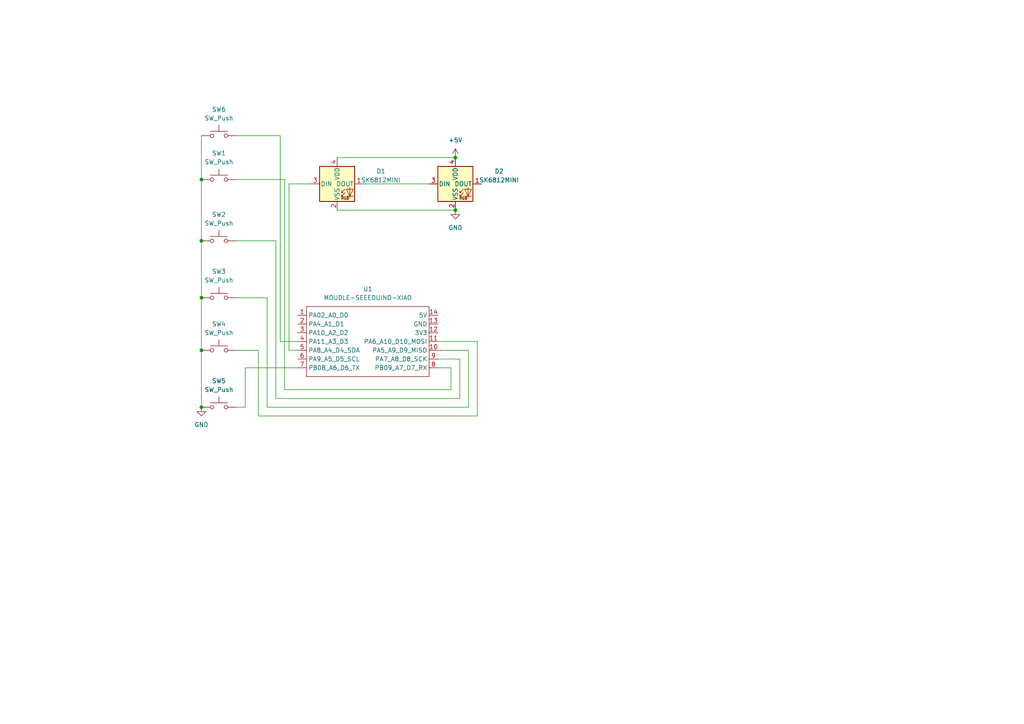
<source format=kicad_sch>
(kicad_sch (version 20230121) (generator eeschema)
  (paper "A4")
  (lib_symbols
    (symbol "LED:SK6812MINI" (pin_names (offset 0.254))
      (property "Reference" "D" (at 5.08 5.715 0))
      (property "Value" "SK6812MINI" (at 1.27 -5.715 0))
      (symbol "SK6812MINI_0_0"
        (text "RGB" (at 2.286 -4.191 0) (effects (font (size 0.762 0.762))))
      )
      (symbol "SK6812MINI_0_1"
        (polyline (pts (xy 1.27 -3.556) (xy 1.778 -3.556)))
        (polyline (pts (xy 1.27 -2.54) (xy 1.778 -2.54)))
        (polyline (pts (xy 4.699 -3.556) (xy 2.667 -3.556)))
        (polyline (pts (xy 2.286 -2.54) (xy 1.27 -3.556) (xy 1.27 -3.048)))
        (polyline (pts (xy 2.286 -1.524) (xy 1.27 -2.54) (xy 1.27 -2.032)))
        (polyline (pts (xy 3.683 -1.016) (xy 3.683 -3.556) (xy 3.683 -4.064)))
        (polyline (pts (xy 4.699 -1.524) (xy 2.667 -1.524) (xy 3.683 -3.556) (xy 4.699 -1.524)))
        (rectangle (start 5.08 5.08) (end -5.08 -5.08) (stroke (width 0.254)) (fill (type background)))
      )
      (symbol "SK6812MINI_1_1"
        (pin output line (at 7.62 0 180) (length 2.54) (name "DOUT") (number "1"))
        (pin power_in line (at 0 -7.62 90) (length 2.54) (name "VSS") (number "2"))
        (pin input line (at -7.62 0 0) (length 2.54) (name "DIN") (number "3"))
        (pin power_in line (at 0 7.62 270) (length 2.54) (name "VDD") (number "4"))
      )
    )
    (symbol "MOUDLE-SEEEDUINO-XIAO:MOUDLE-SEEEDUINO-XIAO"
      (property "Reference" "U" (at -16.51 11.43 0))
      (property "Value" "MOUDLE-SEEEDUINO-XIAO" (at -3.81 -11.43 0))
      (symbol "MOUDLE-SEEEDUINO-XIAO_0_1"
        (rectangle (start -16.51 10.16) (end 19.05 -10.16))
      )
      (symbol "MOUDLE-SEEEDUINO-XIAO_1_1"
        (pin passive line (at -19.05 7.62 0) (length 2.54) (name "PA02_A0_D0") (number "1"))
        (pin passive line (at 21.59 -2.54 180) (length 2.54) (name "PA5_A9_D9_MISO") (number "10"))
        (pin passive line (at 21.59 0 180) (length 2.54) (name "PA6_A10_D10_MOSI") (number "11"))
        (pin passive line (at 21.59 2.54 180) (length 2.54) (name "3V3") (number "12"))
        (pin passive line (at 21.59 5.08 180) (length 2.54) (name "GND") (number "13"))
        (pin passive line (at 21.59 7.62 180) (length 2.54) (name "5V") (number "14"))
        (pin passive line (at -19.05 5.08 0) (length 2.54) (name "PA4_A1_D1") (number "2"))
        (pin passive line (at -19.05 2.54 0) (length 2.54) (name "PA10_A2_D2") (number "3"))
        (pin passive line (at -19.05 0 0) (length 2.54) (name "PA11_A3_D3") (number "4"))
        (pin passive line (at -19.05 -2.54 0) (length 2.54) (name "PA8_A4_D4_SDA") (number "5"))
        (pin passive line (at -19.05 -5.08 0) (length 2.54) (name "PA9_A5_D5_SCL") (number "6"))
        (pin passive line (at -19.05 -7.62 0) (length 2.54) (name "PB08_A6_D6_TX") (number "7"))
        (pin passive line (at 21.59 -7.62 180) (length 2.54) (name "PB09_A7_D7_RX") (number "8"))
        (pin passive line (at 21.59 -5.08 180) (length 2.54) (name "PA7_A8_D8_SCK") (number "9"))
      )
    )
    (symbol "Switch:SW_Push" (pin_numbers hide) (pin_names (offset 1.016) hide)
      (property "Reference" "SW" (at 1.27 2.54 0))
      (property "Value" "SW_Push" (at 0 -1.524 0))
      (symbol "SW_Push_0_1"
        (circle (center -2.032 0) (radius 0.508))
        (polyline (pts (xy 0 1.27) (xy 0 3.048)))
        (polyline (pts (xy 2.54 1.27) (xy -2.54 1.27)))
        (circle (center 2.032 0) (radius 0.508))
        (pin passive line (at -5.08 0 0) (length 2.54) (name "1") (number "1"))
        (pin passive line (at 5.08 0 180) (length 2.54) (name "2") (number "2"))
      )
    )
    (symbol "power:+5V" (power) (pin_names (offset 0))
      (property "Value" "+5V" (at 0 3.556 0))
      (symbol "+5V_0_1"
        (polyline (pts (xy -0.762 1.27) (xy 0 2.54)))
        (polyline (pts (xy 0 0) (xy 0 2.54)))
        (polyline (pts (xy 0 2.54) (xy 0.762 1.27)))
      )
      (symbol "+5V_1_1"
        (pin power_in line (at 0 0 90) (length 0) hide (name "+5V") (number "1"))
      )
    )
    (symbol "power:GND" (power) (pin_names (offset 0))
      (property "Value" "GND" (at 0 -3.81 0))
      (symbol "GND_0_1"
        (polyline (pts (xy 0 0) (xy 0 -1.27) (xy 1.27 -1.27) (xy 0 -2.54) (xy -1.27 -1.27) (xy 0 -1.27)))
      )
      (symbol "GND_1_1"
        (pin power_in line (at 0 0 270) (length 0) hide (name "GND") (number "1"))
      )
    )
  )
  (junction (at 132.08 45.72))
  (junction (at 58.42 101.6))
  (junction (at 58.42 86.36))
  (junction (at 58.42 52.07))
  (junction (at 58.42 69.85))
  (junction (at 132.08 60.96))
  (junction (at 58.42 118.11))
  (wire (pts (xy 58.42 101.6) (xy 58.42 118.11)))
  (wire (pts (xy 97.79 45.72) (xy 132.08 45.72)))
  (wire (pts (xy 82.55 113.03) (xy 130.81 113.03)))
  (wire (pts (xy 77.47 86.36) (xy 77.47 118.11)))
  (wire (pts (xy 77.47 118.11) (xy 135.89 118.11)))
  (wire (pts (xy 71.12 118.11) (xy 71.12 106.68)))
  (wire (pts (xy 74.93 120.65) (xy 138.43 120.65)))
  (wire (pts (xy 130.81 113.03) (xy 130.81 106.68)))
  (wire (pts (xy 71.12 106.68) (xy 86.36 106.68)))
  (wire (pts (xy 135.89 101.6) (xy 127 101.6)))
  (wire (pts (xy 58.42 39.37) (xy 58.42 52.07)))
  (wire (pts (xy 133.35 115.57) (xy 133.35 104.14)))
  (wire (pts (xy 80.01 115.57) (xy 133.35 115.57)))
  (wire (pts (xy 97.79 60.96) (xy 132.08 60.96)))
  (wire (pts (xy 58.42 86.36) (xy 58.42 101.6)))
  (wire (pts (xy 68.58 69.85) (xy 80.01 69.85)))
  (wire (pts (xy 81.28 39.37) (xy 81.28 99.06)))
  (wire (pts (xy 68.58 86.36) (xy 77.47 86.36)))
  (wire (pts (xy 83.82 53.34) (xy 90.17 53.34)))
  (wire (pts (xy 130.81 106.68) (xy 127 106.68)))
  (wire (pts (xy 138.43 99.06) (xy 127 99.06)))
  (wire (pts (xy 74.93 101.6) (xy 74.93 120.65)))
  (wire (pts (xy 86.36 101.6) (xy 83.82 101.6)))
  (wire (pts (xy 68.58 39.37) (xy 81.28 39.37)))
  (wire (pts (xy 68.58 118.11) (xy 71.12 118.11)))
  (wire (pts (xy 68.58 52.07) (xy 82.55 52.07)))
  (wire (pts (xy 68.58 101.6) (xy 74.93 101.6)))
  (wire (pts (xy 133.35 104.14) (xy 127 104.14)))
  (wire (pts (xy 58.42 52.07) (xy 58.42 69.85)))
  (wire (pts (xy 105.41 53.34) (xy 124.46 53.34)))
  (wire (pts (xy 135.89 118.11) (xy 135.89 101.6)))
  (wire (pts (xy 82.55 52.07) (xy 82.55 113.03)))
  (wire (pts (xy 80.01 69.85) (xy 80.01 115.57)))
  (wire (pts (xy 58.42 69.85) (xy 58.42 86.36)))
  (wire (pts (xy 83.82 101.6) (xy 83.82 53.34)))
  (wire (pts (xy 138.43 120.65) (xy 138.43 99.06)))
  (wire (pts (xy 81.28 99.06) (xy 86.36 99.06)))
  (symbol (lib_id "Switch:SW_Push") (at 63.5 86.36 0) (unit 1)
    (property "Reference" "SW3" (at 63.5 78.74 0))
    (property "Value" "SW_Push" (at 63.5 81.28 0))
    (property "Footprint" "Button_Switch_Keyboard:SW_Cherry_MX_1.00u_PCB" (effects hide))
  )
  (symbol (lib_id "Switch:SW_Push") (at 63.5 101.6 0) (unit 1)
    (property "Reference" "SW4" (at 63.5 93.98 0))
    (property "Value" "SW_Push" (at 63.5 96.52 0))
    (property "Footprint" "Button_Switch_Keyboard:SW_Cherry_MX_1.00u_PCB" (effects hide))
  )
  (symbol (lib_id "Switch:SW_Push") (at 63.5 52.07 0) (unit 1)
    (property "Reference" "SW1" (at 63.5 44.45 0))
    (property "Value" "SW_Push" (at 63.5 46.99 0))
    (property "Footprint" "Button_Switch_Keyboard:SW_Cherry_MX_1.00u_PCB" (effects hide))
  )
  (symbol (lib_id "Switch:SW_Push") (at 63.5 118.11 0) (unit 1)
    (property "Reference" "SW5" (at 63.5 110.49 0))
    (property "Value" "SW_Push" (at 63.5 113.03 0))
    (property "Footprint" "Button_Switch_Keyboard:SW_Cherry_MX_2.75u_PCB" (effects hide))
  )
  (symbol (lib_id "LED:SK6812MINI") (at 132.08 53.34 0) (unit 1)
    (property "Reference" "D2" (at 144.78 49.6921 0))
    (property "Value" "SK6812MINI" (at 144.78 52.2321 0))
    (property "Footprint" "LED_SMD:LED_SK6812MINI_PLCC4_3.5x3.5mm_P1.75mm" (effects hide))
    (property "Datasheet" "https://cdn-shop.adafruit.com/product-files/2686/SK6812MINI_REV.01-1-2.pdf" (effects hide))
  )
  (symbol (lib_id "power:GND") (at 132.08 60.96 0) (unit 1)
    (property "Reference" "#PWR03" (effects hide))
    (property "Value" "GND" (at 132.08 66.04 0))
  )
  (symbol (lib_id "power:GND") (at 58.42 118.11 0) (unit 1)
    (property "Reference" "#PWR01" (effects hide))
    (property "Value" "GND" (at 58.42 123.19 0))
  )
  (symbol (lib_id "LED:SK6812MINI") (at 97.79 53.34 0) (unit 1)
    (property "Reference" "D1" (at 110.49 49.6921 0))
    (property "Value" "SK6812MINI" (at 110.49 52.2321 0))
    (property "Footprint" "LED_SMD:LED_SK6812MINI_PLCC4_3.5x3.5mm_P1.75mm" (effects hide))
    (property "Datasheet" "https://cdn-shop.adafruit.com/product-files/2686/SK6812MINI_REV.01-1-2.pdf" (effects hide))
  )
  (symbol (lib_id "Switch:SW_Push") (at 63.5 69.85 0) (unit 1)
    (property "Reference" "SW2" (at 63.5 62.23 0))
    (property "Value" "SW_Push" (at 63.5 64.77 0))
    (property "Footprint" "Button_Switch_Keyboard:SW_Cherry_MX_1.00u_PCB" (effects hide))
  )
  (symbol (lib_id "MOUDLE-SEEEDUINO-XIAO:MOUDLE-SEEEDUINO-XIAO") (at 105.41 99.06 0) (unit 1)
    (property "Reference" "U1" (at 106.68 83.82 0))
    (property "Value" "MOUDLE-SEEEDUINO-XIAO" (at 106.68 86.36 0))
    (property "Footprint" "Seeed Studio XIAO Series Library:XIAO-SAMD21-RP2040-14P-2.54-21X17.8MM (Seeeduino XIAO)" (effects hide))
  )
  (symbol (lib_id "power:+5V") (at 132.08 45.72 0) (unit 1)
    (property "Reference" "#PWR02" (effects hide))
    (property "Value" "+5V" (at 132.08 40.64 0))
  )
  (symbol (lib_id "Switch:SW_Push") (at 63.5 39.37 0) (unit 1)
    (property "Reference" "SW6" (at 63.5 31.75 0))
    (property "Value" "SW_Push" (at 63.5 34.29 0))
    (property "Footprint" "Button_Switch_Keyboard:SW_Cherry_MX_1.00u_PCB" (effects hide))
  )
)
</source>
